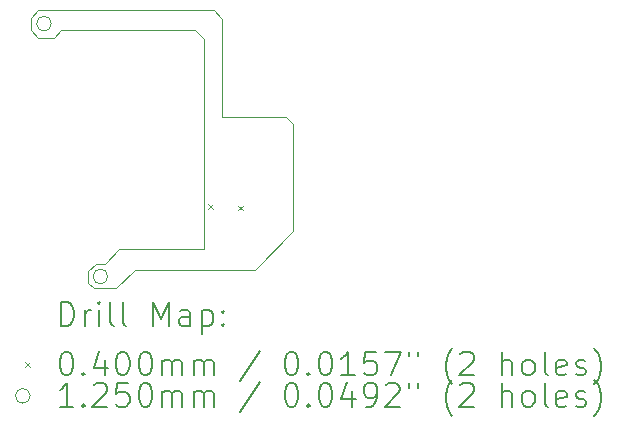
<source format=gbr>
%TF.GenerationSoftware,KiCad,Pcbnew,7.0.8*%
%TF.CreationDate,2025-05-01T09:06:43-04:00*%
%TF.ProjectId,trifalcon,74726966-616c-4636-9f6e-2e6b69636164,rev?*%
%TF.SameCoordinates,Original*%
%TF.FileFunction,Drillmap*%
%TF.FilePolarity,Positive*%
%FSLAX45Y45*%
G04 Gerber Fmt 4.5, Leading zero omitted, Abs format (unit mm)*
G04 Created by KiCad (PCBNEW 7.0.8) date 2025-05-01 09:06:43*
%MOMM*%
%LPD*%
G01*
G04 APERTURE LIST*
%ADD10C,0.100000*%
%ADD11C,0.200000*%
%ADD12C,0.040000*%
%ADD13C,0.125000*%
G04 APERTURE END LIST*
D10*
X4217021Y-1828179D02*
X4277360Y-1767840D01*
X4897120Y-3794760D02*
X5481320Y-3794760D01*
X4277360Y-1767840D02*
X5410200Y-1767840D01*
X4018218Y-1658590D02*
X4018218Y-1767840D01*
X4566920Y-3743960D02*
X4643120Y-3743960D01*
X4078315Y-1598493D02*
X5567680Y-1598493D01*
X4079338Y-1828179D02*
X4217021Y-1828179D01*
X5481320Y-1838960D02*
X5481320Y-3622040D01*
X4505960Y-3906520D02*
X4505960Y-3804920D01*
X5481320Y-3622040D02*
X4765040Y-3622040D01*
X4505960Y-3804920D02*
X4566755Y-3744125D01*
X5567680Y-1598493D02*
X5638800Y-1669613D01*
X4739499Y-3952381D02*
X4897120Y-3794760D01*
X6177280Y-2499360D02*
X5638800Y-2499360D01*
X5638800Y-2499360D02*
X5638800Y-1669748D01*
X5913120Y-3794760D02*
X5481320Y-3794760D01*
X6238240Y-3469640D02*
X6238240Y-2560320D01*
X4765040Y-3622040D02*
X4643120Y-3743960D01*
X4552151Y-3952782D02*
X4739640Y-3952782D01*
X4079338Y-1828179D02*
X4018218Y-1767059D01*
X5913120Y-3794760D02*
X6238240Y-3469640D01*
X5410200Y-1767840D02*
X5481353Y-1838993D01*
X6177280Y-2499360D02*
X6238240Y-2560320D01*
X4078315Y-1598493D02*
X4018218Y-1658590D01*
X4552151Y-3952782D02*
X4506160Y-3906791D01*
D11*
D12*
X5517200Y-3236280D02*
X5557200Y-3276280D01*
X5557200Y-3236280D02*
X5517200Y-3276280D01*
X5771200Y-3251520D02*
X5811200Y-3291520D01*
X5811200Y-3251520D02*
X5771200Y-3291520D01*
D13*
X4192540Y-1710000D02*
G75*
G03*
X4192540Y-1710000I-62500J0D01*
G01*
X4670060Y-3850640D02*
G75*
G03*
X4670060Y-3850640I-62500J0D01*
G01*
D11*
X4273995Y-4269266D02*
X4273995Y-4069266D01*
X4273995Y-4069266D02*
X4321614Y-4069266D01*
X4321614Y-4069266D02*
X4350186Y-4078789D01*
X4350186Y-4078789D02*
X4369233Y-4097837D01*
X4369233Y-4097837D02*
X4378757Y-4116885D01*
X4378757Y-4116885D02*
X4388281Y-4154980D01*
X4388281Y-4154980D02*
X4388281Y-4183551D01*
X4388281Y-4183551D02*
X4378757Y-4221647D01*
X4378757Y-4221647D02*
X4369233Y-4240694D01*
X4369233Y-4240694D02*
X4350186Y-4259742D01*
X4350186Y-4259742D02*
X4321614Y-4269266D01*
X4321614Y-4269266D02*
X4273995Y-4269266D01*
X4473995Y-4269266D02*
X4473995Y-4135932D01*
X4473995Y-4174027D02*
X4483519Y-4154980D01*
X4483519Y-4154980D02*
X4493043Y-4145456D01*
X4493043Y-4145456D02*
X4512091Y-4135932D01*
X4512091Y-4135932D02*
X4531138Y-4135932D01*
X4597805Y-4269266D02*
X4597805Y-4135932D01*
X4597805Y-4069266D02*
X4588281Y-4078789D01*
X4588281Y-4078789D02*
X4597805Y-4088313D01*
X4597805Y-4088313D02*
X4607329Y-4078789D01*
X4607329Y-4078789D02*
X4597805Y-4069266D01*
X4597805Y-4069266D02*
X4597805Y-4088313D01*
X4721614Y-4269266D02*
X4702567Y-4259742D01*
X4702567Y-4259742D02*
X4693043Y-4240694D01*
X4693043Y-4240694D02*
X4693043Y-4069266D01*
X4826376Y-4269266D02*
X4807329Y-4259742D01*
X4807329Y-4259742D02*
X4797805Y-4240694D01*
X4797805Y-4240694D02*
X4797805Y-4069266D01*
X5054948Y-4269266D02*
X5054948Y-4069266D01*
X5054948Y-4069266D02*
X5121614Y-4212123D01*
X5121614Y-4212123D02*
X5188281Y-4069266D01*
X5188281Y-4069266D02*
X5188281Y-4269266D01*
X5369233Y-4269266D02*
X5369233Y-4164504D01*
X5369233Y-4164504D02*
X5359710Y-4145456D01*
X5359710Y-4145456D02*
X5340662Y-4135932D01*
X5340662Y-4135932D02*
X5302567Y-4135932D01*
X5302567Y-4135932D02*
X5283519Y-4145456D01*
X5369233Y-4259742D02*
X5350186Y-4269266D01*
X5350186Y-4269266D02*
X5302567Y-4269266D01*
X5302567Y-4269266D02*
X5283519Y-4259742D01*
X5283519Y-4259742D02*
X5273995Y-4240694D01*
X5273995Y-4240694D02*
X5273995Y-4221647D01*
X5273995Y-4221647D02*
X5283519Y-4202599D01*
X5283519Y-4202599D02*
X5302567Y-4193075D01*
X5302567Y-4193075D02*
X5350186Y-4193075D01*
X5350186Y-4193075D02*
X5369233Y-4183551D01*
X5464472Y-4135932D02*
X5464472Y-4335932D01*
X5464472Y-4145456D02*
X5483519Y-4135932D01*
X5483519Y-4135932D02*
X5521614Y-4135932D01*
X5521614Y-4135932D02*
X5540662Y-4145456D01*
X5540662Y-4145456D02*
X5550186Y-4154980D01*
X5550186Y-4154980D02*
X5559710Y-4174027D01*
X5559710Y-4174027D02*
X5559710Y-4231170D01*
X5559710Y-4231170D02*
X5550186Y-4250218D01*
X5550186Y-4250218D02*
X5540662Y-4259742D01*
X5540662Y-4259742D02*
X5521614Y-4269266D01*
X5521614Y-4269266D02*
X5483519Y-4269266D01*
X5483519Y-4269266D02*
X5464472Y-4259742D01*
X5645424Y-4250218D02*
X5654948Y-4259742D01*
X5654948Y-4259742D02*
X5645424Y-4269266D01*
X5645424Y-4269266D02*
X5635900Y-4259742D01*
X5635900Y-4259742D02*
X5645424Y-4250218D01*
X5645424Y-4250218D02*
X5645424Y-4269266D01*
X5645424Y-4145456D02*
X5654948Y-4154980D01*
X5654948Y-4154980D02*
X5645424Y-4164504D01*
X5645424Y-4164504D02*
X5635900Y-4154980D01*
X5635900Y-4154980D02*
X5645424Y-4145456D01*
X5645424Y-4145456D02*
X5645424Y-4164504D01*
D12*
X3973218Y-4577782D02*
X4013218Y-4617782D01*
X4013218Y-4577782D02*
X3973218Y-4617782D01*
D11*
X4312091Y-4489266D02*
X4331138Y-4489266D01*
X4331138Y-4489266D02*
X4350186Y-4498789D01*
X4350186Y-4498789D02*
X4359710Y-4508313D01*
X4359710Y-4508313D02*
X4369233Y-4527361D01*
X4369233Y-4527361D02*
X4378757Y-4565456D01*
X4378757Y-4565456D02*
X4378757Y-4613075D01*
X4378757Y-4613075D02*
X4369233Y-4651170D01*
X4369233Y-4651170D02*
X4359710Y-4670218D01*
X4359710Y-4670218D02*
X4350186Y-4679742D01*
X4350186Y-4679742D02*
X4331138Y-4689266D01*
X4331138Y-4689266D02*
X4312091Y-4689266D01*
X4312091Y-4689266D02*
X4293043Y-4679742D01*
X4293043Y-4679742D02*
X4283519Y-4670218D01*
X4283519Y-4670218D02*
X4273995Y-4651170D01*
X4273995Y-4651170D02*
X4264472Y-4613075D01*
X4264472Y-4613075D02*
X4264472Y-4565456D01*
X4264472Y-4565456D02*
X4273995Y-4527361D01*
X4273995Y-4527361D02*
X4283519Y-4508313D01*
X4283519Y-4508313D02*
X4293043Y-4498789D01*
X4293043Y-4498789D02*
X4312091Y-4489266D01*
X4464472Y-4670218D02*
X4473995Y-4679742D01*
X4473995Y-4679742D02*
X4464472Y-4689266D01*
X4464472Y-4689266D02*
X4454948Y-4679742D01*
X4454948Y-4679742D02*
X4464472Y-4670218D01*
X4464472Y-4670218D02*
X4464472Y-4689266D01*
X4645424Y-4555932D02*
X4645424Y-4689266D01*
X4597805Y-4479742D02*
X4550186Y-4622599D01*
X4550186Y-4622599D02*
X4673995Y-4622599D01*
X4788281Y-4489266D02*
X4807329Y-4489266D01*
X4807329Y-4489266D02*
X4826376Y-4498789D01*
X4826376Y-4498789D02*
X4835900Y-4508313D01*
X4835900Y-4508313D02*
X4845424Y-4527361D01*
X4845424Y-4527361D02*
X4854948Y-4565456D01*
X4854948Y-4565456D02*
X4854948Y-4613075D01*
X4854948Y-4613075D02*
X4845424Y-4651170D01*
X4845424Y-4651170D02*
X4835900Y-4670218D01*
X4835900Y-4670218D02*
X4826376Y-4679742D01*
X4826376Y-4679742D02*
X4807329Y-4689266D01*
X4807329Y-4689266D02*
X4788281Y-4689266D01*
X4788281Y-4689266D02*
X4769233Y-4679742D01*
X4769233Y-4679742D02*
X4759710Y-4670218D01*
X4759710Y-4670218D02*
X4750186Y-4651170D01*
X4750186Y-4651170D02*
X4740662Y-4613075D01*
X4740662Y-4613075D02*
X4740662Y-4565456D01*
X4740662Y-4565456D02*
X4750186Y-4527361D01*
X4750186Y-4527361D02*
X4759710Y-4508313D01*
X4759710Y-4508313D02*
X4769233Y-4498789D01*
X4769233Y-4498789D02*
X4788281Y-4489266D01*
X4978757Y-4489266D02*
X4997805Y-4489266D01*
X4997805Y-4489266D02*
X5016853Y-4498789D01*
X5016853Y-4498789D02*
X5026376Y-4508313D01*
X5026376Y-4508313D02*
X5035900Y-4527361D01*
X5035900Y-4527361D02*
X5045424Y-4565456D01*
X5045424Y-4565456D02*
X5045424Y-4613075D01*
X5045424Y-4613075D02*
X5035900Y-4651170D01*
X5035900Y-4651170D02*
X5026376Y-4670218D01*
X5026376Y-4670218D02*
X5016853Y-4679742D01*
X5016853Y-4679742D02*
X4997805Y-4689266D01*
X4997805Y-4689266D02*
X4978757Y-4689266D01*
X4978757Y-4689266D02*
X4959710Y-4679742D01*
X4959710Y-4679742D02*
X4950186Y-4670218D01*
X4950186Y-4670218D02*
X4940662Y-4651170D01*
X4940662Y-4651170D02*
X4931138Y-4613075D01*
X4931138Y-4613075D02*
X4931138Y-4565456D01*
X4931138Y-4565456D02*
X4940662Y-4527361D01*
X4940662Y-4527361D02*
X4950186Y-4508313D01*
X4950186Y-4508313D02*
X4959710Y-4498789D01*
X4959710Y-4498789D02*
X4978757Y-4489266D01*
X5131138Y-4689266D02*
X5131138Y-4555932D01*
X5131138Y-4574980D02*
X5140662Y-4565456D01*
X5140662Y-4565456D02*
X5159710Y-4555932D01*
X5159710Y-4555932D02*
X5188281Y-4555932D01*
X5188281Y-4555932D02*
X5207329Y-4565456D01*
X5207329Y-4565456D02*
X5216853Y-4584504D01*
X5216853Y-4584504D02*
X5216853Y-4689266D01*
X5216853Y-4584504D02*
X5226376Y-4565456D01*
X5226376Y-4565456D02*
X5245424Y-4555932D01*
X5245424Y-4555932D02*
X5273995Y-4555932D01*
X5273995Y-4555932D02*
X5293043Y-4565456D01*
X5293043Y-4565456D02*
X5302567Y-4584504D01*
X5302567Y-4584504D02*
X5302567Y-4689266D01*
X5397805Y-4689266D02*
X5397805Y-4555932D01*
X5397805Y-4574980D02*
X5407329Y-4565456D01*
X5407329Y-4565456D02*
X5426376Y-4555932D01*
X5426376Y-4555932D02*
X5454948Y-4555932D01*
X5454948Y-4555932D02*
X5473995Y-4565456D01*
X5473995Y-4565456D02*
X5483519Y-4584504D01*
X5483519Y-4584504D02*
X5483519Y-4689266D01*
X5483519Y-4584504D02*
X5493043Y-4565456D01*
X5493043Y-4565456D02*
X5512091Y-4555932D01*
X5512091Y-4555932D02*
X5540662Y-4555932D01*
X5540662Y-4555932D02*
X5559710Y-4565456D01*
X5559710Y-4565456D02*
X5569234Y-4584504D01*
X5569234Y-4584504D02*
X5569234Y-4689266D01*
X5959710Y-4479742D02*
X5788281Y-4736885D01*
X6216853Y-4489266D02*
X6235900Y-4489266D01*
X6235900Y-4489266D02*
X6254948Y-4498789D01*
X6254948Y-4498789D02*
X6264472Y-4508313D01*
X6264472Y-4508313D02*
X6273995Y-4527361D01*
X6273995Y-4527361D02*
X6283519Y-4565456D01*
X6283519Y-4565456D02*
X6283519Y-4613075D01*
X6283519Y-4613075D02*
X6273995Y-4651170D01*
X6273995Y-4651170D02*
X6264472Y-4670218D01*
X6264472Y-4670218D02*
X6254948Y-4679742D01*
X6254948Y-4679742D02*
X6235900Y-4689266D01*
X6235900Y-4689266D02*
X6216853Y-4689266D01*
X6216853Y-4689266D02*
X6197805Y-4679742D01*
X6197805Y-4679742D02*
X6188281Y-4670218D01*
X6188281Y-4670218D02*
X6178757Y-4651170D01*
X6178757Y-4651170D02*
X6169234Y-4613075D01*
X6169234Y-4613075D02*
X6169234Y-4565456D01*
X6169234Y-4565456D02*
X6178757Y-4527361D01*
X6178757Y-4527361D02*
X6188281Y-4508313D01*
X6188281Y-4508313D02*
X6197805Y-4498789D01*
X6197805Y-4498789D02*
X6216853Y-4489266D01*
X6369234Y-4670218D02*
X6378757Y-4679742D01*
X6378757Y-4679742D02*
X6369234Y-4689266D01*
X6369234Y-4689266D02*
X6359710Y-4679742D01*
X6359710Y-4679742D02*
X6369234Y-4670218D01*
X6369234Y-4670218D02*
X6369234Y-4689266D01*
X6502567Y-4489266D02*
X6521615Y-4489266D01*
X6521615Y-4489266D02*
X6540662Y-4498789D01*
X6540662Y-4498789D02*
X6550186Y-4508313D01*
X6550186Y-4508313D02*
X6559710Y-4527361D01*
X6559710Y-4527361D02*
X6569234Y-4565456D01*
X6569234Y-4565456D02*
X6569234Y-4613075D01*
X6569234Y-4613075D02*
X6559710Y-4651170D01*
X6559710Y-4651170D02*
X6550186Y-4670218D01*
X6550186Y-4670218D02*
X6540662Y-4679742D01*
X6540662Y-4679742D02*
X6521615Y-4689266D01*
X6521615Y-4689266D02*
X6502567Y-4689266D01*
X6502567Y-4689266D02*
X6483519Y-4679742D01*
X6483519Y-4679742D02*
X6473995Y-4670218D01*
X6473995Y-4670218D02*
X6464472Y-4651170D01*
X6464472Y-4651170D02*
X6454948Y-4613075D01*
X6454948Y-4613075D02*
X6454948Y-4565456D01*
X6454948Y-4565456D02*
X6464472Y-4527361D01*
X6464472Y-4527361D02*
X6473995Y-4508313D01*
X6473995Y-4508313D02*
X6483519Y-4498789D01*
X6483519Y-4498789D02*
X6502567Y-4489266D01*
X6759710Y-4689266D02*
X6645424Y-4689266D01*
X6702567Y-4689266D02*
X6702567Y-4489266D01*
X6702567Y-4489266D02*
X6683519Y-4517837D01*
X6683519Y-4517837D02*
X6664472Y-4536885D01*
X6664472Y-4536885D02*
X6645424Y-4546408D01*
X6940662Y-4489266D02*
X6845424Y-4489266D01*
X6845424Y-4489266D02*
X6835900Y-4584504D01*
X6835900Y-4584504D02*
X6845424Y-4574980D01*
X6845424Y-4574980D02*
X6864472Y-4565456D01*
X6864472Y-4565456D02*
X6912091Y-4565456D01*
X6912091Y-4565456D02*
X6931138Y-4574980D01*
X6931138Y-4574980D02*
X6940662Y-4584504D01*
X6940662Y-4584504D02*
X6950186Y-4603551D01*
X6950186Y-4603551D02*
X6950186Y-4651170D01*
X6950186Y-4651170D02*
X6940662Y-4670218D01*
X6940662Y-4670218D02*
X6931138Y-4679742D01*
X6931138Y-4679742D02*
X6912091Y-4689266D01*
X6912091Y-4689266D02*
X6864472Y-4689266D01*
X6864472Y-4689266D02*
X6845424Y-4679742D01*
X6845424Y-4679742D02*
X6835900Y-4670218D01*
X7016853Y-4489266D02*
X7150186Y-4489266D01*
X7150186Y-4489266D02*
X7064472Y-4689266D01*
X7216853Y-4489266D02*
X7216853Y-4527361D01*
X7293043Y-4489266D02*
X7293043Y-4527361D01*
X7588281Y-4765456D02*
X7578757Y-4755932D01*
X7578757Y-4755932D02*
X7559710Y-4727361D01*
X7559710Y-4727361D02*
X7550186Y-4708313D01*
X7550186Y-4708313D02*
X7540662Y-4679742D01*
X7540662Y-4679742D02*
X7531138Y-4632123D01*
X7531138Y-4632123D02*
X7531138Y-4594028D01*
X7531138Y-4594028D02*
X7540662Y-4546408D01*
X7540662Y-4546408D02*
X7550186Y-4517837D01*
X7550186Y-4517837D02*
X7559710Y-4498789D01*
X7559710Y-4498789D02*
X7578757Y-4470218D01*
X7578757Y-4470218D02*
X7588281Y-4460694D01*
X7654948Y-4508313D02*
X7664472Y-4498789D01*
X7664472Y-4498789D02*
X7683519Y-4489266D01*
X7683519Y-4489266D02*
X7731138Y-4489266D01*
X7731138Y-4489266D02*
X7750186Y-4498789D01*
X7750186Y-4498789D02*
X7759710Y-4508313D01*
X7759710Y-4508313D02*
X7769234Y-4527361D01*
X7769234Y-4527361D02*
X7769234Y-4546408D01*
X7769234Y-4546408D02*
X7759710Y-4574980D01*
X7759710Y-4574980D02*
X7645424Y-4689266D01*
X7645424Y-4689266D02*
X7769234Y-4689266D01*
X8007329Y-4689266D02*
X8007329Y-4489266D01*
X8093043Y-4689266D02*
X8093043Y-4584504D01*
X8093043Y-4584504D02*
X8083519Y-4565456D01*
X8083519Y-4565456D02*
X8064472Y-4555932D01*
X8064472Y-4555932D02*
X8035900Y-4555932D01*
X8035900Y-4555932D02*
X8016853Y-4565456D01*
X8016853Y-4565456D02*
X8007329Y-4574980D01*
X8216853Y-4689266D02*
X8197805Y-4679742D01*
X8197805Y-4679742D02*
X8188281Y-4670218D01*
X8188281Y-4670218D02*
X8178758Y-4651170D01*
X8178758Y-4651170D02*
X8178758Y-4594028D01*
X8178758Y-4594028D02*
X8188281Y-4574980D01*
X8188281Y-4574980D02*
X8197805Y-4565456D01*
X8197805Y-4565456D02*
X8216853Y-4555932D01*
X8216853Y-4555932D02*
X8245424Y-4555932D01*
X8245424Y-4555932D02*
X8264472Y-4565456D01*
X8264472Y-4565456D02*
X8273996Y-4574980D01*
X8273996Y-4574980D02*
X8283519Y-4594028D01*
X8283519Y-4594028D02*
X8283519Y-4651170D01*
X8283519Y-4651170D02*
X8273996Y-4670218D01*
X8273996Y-4670218D02*
X8264472Y-4679742D01*
X8264472Y-4679742D02*
X8245424Y-4689266D01*
X8245424Y-4689266D02*
X8216853Y-4689266D01*
X8397805Y-4689266D02*
X8378758Y-4679742D01*
X8378758Y-4679742D02*
X8369234Y-4660694D01*
X8369234Y-4660694D02*
X8369234Y-4489266D01*
X8550186Y-4679742D02*
X8531139Y-4689266D01*
X8531139Y-4689266D02*
X8493043Y-4689266D01*
X8493043Y-4689266D02*
X8473996Y-4679742D01*
X8473996Y-4679742D02*
X8464472Y-4660694D01*
X8464472Y-4660694D02*
X8464472Y-4584504D01*
X8464472Y-4584504D02*
X8473996Y-4565456D01*
X8473996Y-4565456D02*
X8493043Y-4555932D01*
X8493043Y-4555932D02*
X8531139Y-4555932D01*
X8531139Y-4555932D02*
X8550186Y-4565456D01*
X8550186Y-4565456D02*
X8559710Y-4584504D01*
X8559710Y-4584504D02*
X8559710Y-4603551D01*
X8559710Y-4603551D02*
X8464472Y-4622599D01*
X8635901Y-4679742D02*
X8654948Y-4689266D01*
X8654948Y-4689266D02*
X8693043Y-4689266D01*
X8693043Y-4689266D02*
X8712091Y-4679742D01*
X8712091Y-4679742D02*
X8721615Y-4660694D01*
X8721615Y-4660694D02*
X8721615Y-4651170D01*
X8721615Y-4651170D02*
X8712091Y-4632123D01*
X8712091Y-4632123D02*
X8693043Y-4622599D01*
X8693043Y-4622599D02*
X8664472Y-4622599D01*
X8664472Y-4622599D02*
X8645424Y-4613075D01*
X8645424Y-4613075D02*
X8635901Y-4594028D01*
X8635901Y-4594028D02*
X8635901Y-4584504D01*
X8635901Y-4584504D02*
X8645424Y-4565456D01*
X8645424Y-4565456D02*
X8664472Y-4555932D01*
X8664472Y-4555932D02*
X8693043Y-4555932D01*
X8693043Y-4555932D02*
X8712091Y-4565456D01*
X8788282Y-4765456D02*
X8797805Y-4755932D01*
X8797805Y-4755932D02*
X8816853Y-4727361D01*
X8816853Y-4727361D02*
X8826377Y-4708313D01*
X8826377Y-4708313D02*
X8835901Y-4679742D01*
X8835901Y-4679742D02*
X8845424Y-4632123D01*
X8845424Y-4632123D02*
X8845424Y-4594028D01*
X8845424Y-4594028D02*
X8835901Y-4546408D01*
X8835901Y-4546408D02*
X8826377Y-4517837D01*
X8826377Y-4517837D02*
X8816853Y-4498789D01*
X8816853Y-4498789D02*
X8797805Y-4470218D01*
X8797805Y-4470218D02*
X8788282Y-4460694D01*
D13*
X4013218Y-4861782D02*
G75*
G03*
X4013218Y-4861782I-62500J0D01*
G01*
D11*
X4378757Y-4953266D02*
X4264472Y-4953266D01*
X4321614Y-4953266D02*
X4321614Y-4753266D01*
X4321614Y-4753266D02*
X4302567Y-4781837D01*
X4302567Y-4781837D02*
X4283519Y-4800885D01*
X4283519Y-4800885D02*
X4264472Y-4810408D01*
X4464472Y-4934218D02*
X4473995Y-4943742D01*
X4473995Y-4943742D02*
X4464472Y-4953266D01*
X4464472Y-4953266D02*
X4454948Y-4943742D01*
X4454948Y-4943742D02*
X4464472Y-4934218D01*
X4464472Y-4934218D02*
X4464472Y-4953266D01*
X4550186Y-4772313D02*
X4559710Y-4762789D01*
X4559710Y-4762789D02*
X4578757Y-4753266D01*
X4578757Y-4753266D02*
X4626376Y-4753266D01*
X4626376Y-4753266D02*
X4645424Y-4762789D01*
X4645424Y-4762789D02*
X4654948Y-4772313D01*
X4654948Y-4772313D02*
X4664472Y-4791361D01*
X4664472Y-4791361D02*
X4664472Y-4810408D01*
X4664472Y-4810408D02*
X4654948Y-4838980D01*
X4654948Y-4838980D02*
X4540662Y-4953266D01*
X4540662Y-4953266D02*
X4664472Y-4953266D01*
X4845424Y-4753266D02*
X4750186Y-4753266D01*
X4750186Y-4753266D02*
X4740662Y-4848504D01*
X4740662Y-4848504D02*
X4750186Y-4838980D01*
X4750186Y-4838980D02*
X4769233Y-4829456D01*
X4769233Y-4829456D02*
X4816853Y-4829456D01*
X4816853Y-4829456D02*
X4835900Y-4838980D01*
X4835900Y-4838980D02*
X4845424Y-4848504D01*
X4845424Y-4848504D02*
X4854948Y-4867551D01*
X4854948Y-4867551D02*
X4854948Y-4915170D01*
X4854948Y-4915170D02*
X4845424Y-4934218D01*
X4845424Y-4934218D02*
X4835900Y-4943742D01*
X4835900Y-4943742D02*
X4816853Y-4953266D01*
X4816853Y-4953266D02*
X4769233Y-4953266D01*
X4769233Y-4953266D02*
X4750186Y-4943742D01*
X4750186Y-4943742D02*
X4740662Y-4934218D01*
X4978757Y-4753266D02*
X4997805Y-4753266D01*
X4997805Y-4753266D02*
X5016853Y-4762789D01*
X5016853Y-4762789D02*
X5026376Y-4772313D01*
X5026376Y-4772313D02*
X5035900Y-4791361D01*
X5035900Y-4791361D02*
X5045424Y-4829456D01*
X5045424Y-4829456D02*
X5045424Y-4877075D01*
X5045424Y-4877075D02*
X5035900Y-4915170D01*
X5035900Y-4915170D02*
X5026376Y-4934218D01*
X5026376Y-4934218D02*
X5016853Y-4943742D01*
X5016853Y-4943742D02*
X4997805Y-4953266D01*
X4997805Y-4953266D02*
X4978757Y-4953266D01*
X4978757Y-4953266D02*
X4959710Y-4943742D01*
X4959710Y-4943742D02*
X4950186Y-4934218D01*
X4950186Y-4934218D02*
X4940662Y-4915170D01*
X4940662Y-4915170D02*
X4931138Y-4877075D01*
X4931138Y-4877075D02*
X4931138Y-4829456D01*
X4931138Y-4829456D02*
X4940662Y-4791361D01*
X4940662Y-4791361D02*
X4950186Y-4772313D01*
X4950186Y-4772313D02*
X4959710Y-4762789D01*
X4959710Y-4762789D02*
X4978757Y-4753266D01*
X5131138Y-4953266D02*
X5131138Y-4819932D01*
X5131138Y-4838980D02*
X5140662Y-4829456D01*
X5140662Y-4829456D02*
X5159710Y-4819932D01*
X5159710Y-4819932D02*
X5188281Y-4819932D01*
X5188281Y-4819932D02*
X5207329Y-4829456D01*
X5207329Y-4829456D02*
X5216853Y-4848504D01*
X5216853Y-4848504D02*
X5216853Y-4953266D01*
X5216853Y-4848504D02*
X5226376Y-4829456D01*
X5226376Y-4829456D02*
X5245424Y-4819932D01*
X5245424Y-4819932D02*
X5273995Y-4819932D01*
X5273995Y-4819932D02*
X5293043Y-4829456D01*
X5293043Y-4829456D02*
X5302567Y-4848504D01*
X5302567Y-4848504D02*
X5302567Y-4953266D01*
X5397805Y-4953266D02*
X5397805Y-4819932D01*
X5397805Y-4838980D02*
X5407329Y-4829456D01*
X5407329Y-4829456D02*
X5426376Y-4819932D01*
X5426376Y-4819932D02*
X5454948Y-4819932D01*
X5454948Y-4819932D02*
X5473995Y-4829456D01*
X5473995Y-4829456D02*
X5483519Y-4848504D01*
X5483519Y-4848504D02*
X5483519Y-4953266D01*
X5483519Y-4848504D02*
X5493043Y-4829456D01*
X5493043Y-4829456D02*
X5512091Y-4819932D01*
X5512091Y-4819932D02*
X5540662Y-4819932D01*
X5540662Y-4819932D02*
X5559710Y-4829456D01*
X5559710Y-4829456D02*
X5569234Y-4848504D01*
X5569234Y-4848504D02*
X5569234Y-4953266D01*
X5959710Y-4743742D02*
X5788281Y-5000885D01*
X6216853Y-4753266D02*
X6235900Y-4753266D01*
X6235900Y-4753266D02*
X6254948Y-4762789D01*
X6254948Y-4762789D02*
X6264472Y-4772313D01*
X6264472Y-4772313D02*
X6273995Y-4791361D01*
X6273995Y-4791361D02*
X6283519Y-4829456D01*
X6283519Y-4829456D02*
X6283519Y-4877075D01*
X6283519Y-4877075D02*
X6273995Y-4915170D01*
X6273995Y-4915170D02*
X6264472Y-4934218D01*
X6264472Y-4934218D02*
X6254948Y-4943742D01*
X6254948Y-4943742D02*
X6235900Y-4953266D01*
X6235900Y-4953266D02*
X6216853Y-4953266D01*
X6216853Y-4953266D02*
X6197805Y-4943742D01*
X6197805Y-4943742D02*
X6188281Y-4934218D01*
X6188281Y-4934218D02*
X6178757Y-4915170D01*
X6178757Y-4915170D02*
X6169234Y-4877075D01*
X6169234Y-4877075D02*
X6169234Y-4829456D01*
X6169234Y-4829456D02*
X6178757Y-4791361D01*
X6178757Y-4791361D02*
X6188281Y-4772313D01*
X6188281Y-4772313D02*
X6197805Y-4762789D01*
X6197805Y-4762789D02*
X6216853Y-4753266D01*
X6369234Y-4934218D02*
X6378757Y-4943742D01*
X6378757Y-4943742D02*
X6369234Y-4953266D01*
X6369234Y-4953266D02*
X6359710Y-4943742D01*
X6359710Y-4943742D02*
X6369234Y-4934218D01*
X6369234Y-4934218D02*
X6369234Y-4953266D01*
X6502567Y-4753266D02*
X6521615Y-4753266D01*
X6521615Y-4753266D02*
X6540662Y-4762789D01*
X6540662Y-4762789D02*
X6550186Y-4772313D01*
X6550186Y-4772313D02*
X6559710Y-4791361D01*
X6559710Y-4791361D02*
X6569234Y-4829456D01*
X6569234Y-4829456D02*
X6569234Y-4877075D01*
X6569234Y-4877075D02*
X6559710Y-4915170D01*
X6559710Y-4915170D02*
X6550186Y-4934218D01*
X6550186Y-4934218D02*
X6540662Y-4943742D01*
X6540662Y-4943742D02*
X6521615Y-4953266D01*
X6521615Y-4953266D02*
X6502567Y-4953266D01*
X6502567Y-4953266D02*
X6483519Y-4943742D01*
X6483519Y-4943742D02*
X6473995Y-4934218D01*
X6473995Y-4934218D02*
X6464472Y-4915170D01*
X6464472Y-4915170D02*
X6454948Y-4877075D01*
X6454948Y-4877075D02*
X6454948Y-4829456D01*
X6454948Y-4829456D02*
X6464472Y-4791361D01*
X6464472Y-4791361D02*
X6473995Y-4772313D01*
X6473995Y-4772313D02*
X6483519Y-4762789D01*
X6483519Y-4762789D02*
X6502567Y-4753266D01*
X6740662Y-4819932D02*
X6740662Y-4953266D01*
X6693043Y-4743742D02*
X6645424Y-4886599D01*
X6645424Y-4886599D02*
X6769234Y-4886599D01*
X6854948Y-4953266D02*
X6893043Y-4953266D01*
X6893043Y-4953266D02*
X6912091Y-4943742D01*
X6912091Y-4943742D02*
X6921615Y-4934218D01*
X6921615Y-4934218D02*
X6940662Y-4905647D01*
X6940662Y-4905647D02*
X6950186Y-4867551D01*
X6950186Y-4867551D02*
X6950186Y-4791361D01*
X6950186Y-4791361D02*
X6940662Y-4772313D01*
X6940662Y-4772313D02*
X6931138Y-4762789D01*
X6931138Y-4762789D02*
X6912091Y-4753266D01*
X6912091Y-4753266D02*
X6873995Y-4753266D01*
X6873995Y-4753266D02*
X6854948Y-4762789D01*
X6854948Y-4762789D02*
X6845424Y-4772313D01*
X6845424Y-4772313D02*
X6835900Y-4791361D01*
X6835900Y-4791361D02*
X6835900Y-4838980D01*
X6835900Y-4838980D02*
X6845424Y-4858028D01*
X6845424Y-4858028D02*
X6854948Y-4867551D01*
X6854948Y-4867551D02*
X6873995Y-4877075D01*
X6873995Y-4877075D02*
X6912091Y-4877075D01*
X6912091Y-4877075D02*
X6931138Y-4867551D01*
X6931138Y-4867551D02*
X6940662Y-4858028D01*
X6940662Y-4858028D02*
X6950186Y-4838980D01*
X7026376Y-4772313D02*
X7035900Y-4762789D01*
X7035900Y-4762789D02*
X7054948Y-4753266D01*
X7054948Y-4753266D02*
X7102567Y-4753266D01*
X7102567Y-4753266D02*
X7121615Y-4762789D01*
X7121615Y-4762789D02*
X7131138Y-4772313D01*
X7131138Y-4772313D02*
X7140662Y-4791361D01*
X7140662Y-4791361D02*
X7140662Y-4810408D01*
X7140662Y-4810408D02*
X7131138Y-4838980D01*
X7131138Y-4838980D02*
X7016853Y-4953266D01*
X7016853Y-4953266D02*
X7140662Y-4953266D01*
X7216853Y-4753266D02*
X7216853Y-4791361D01*
X7293043Y-4753266D02*
X7293043Y-4791361D01*
X7588281Y-5029456D02*
X7578757Y-5019932D01*
X7578757Y-5019932D02*
X7559710Y-4991361D01*
X7559710Y-4991361D02*
X7550186Y-4972313D01*
X7550186Y-4972313D02*
X7540662Y-4943742D01*
X7540662Y-4943742D02*
X7531138Y-4896123D01*
X7531138Y-4896123D02*
X7531138Y-4858028D01*
X7531138Y-4858028D02*
X7540662Y-4810408D01*
X7540662Y-4810408D02*
X7550186Y-4781837D01*
X7550186Y-4781837D02*
X7559710Y-4762789D01*
X7559710Y-4762789D02*
X7578757Y-4734218D01*
X7578757Y-4734218D02*
X7588281Y-4724694D01*
X7654948Y-4772313D02*
X7664472Y-4762789D01*
X7664472Y-4762789D02*
X7683519Y-4753266D01*
X7683519Y-4753266D02*
X7731138Y-4753266D01*
X7731138Y-4753266D02*
X7750186Y-4762789D01*
X7750186Y-4762789D02*
X7759710Y-4772313D01*
X7759710Y-4772313D02*
X7769234Y-4791361D01*
X7769234Y-4791361D02*
X7769234Y-4810408D01*
X7769234Y-4810408D02*
X7759710Y-4838980D01*
X7759710Y-4838980D02*
X7645424Y-4953266D01*
X7645424Y-4953266D02*
X7769234Y-4953266D01*
X8007329Y-4953266D02*
X8007329Y-4753266D01*
X8093043Y-4953266D02*
X8093043Y-4848504D01*
X8093043Y-4848504D02*
X8083519Y-4829456D01*
X8083519Y-4829456D02*
X8064472Y-4819932D01*
X8064472Y-4819932D02*
X8035900Y-4819932D01*
X8035900Y-4819932D02*
X8016853Y-4829456D01*
X8016853Y-4829456D02*
X8007329Y-4838980D01*
X8216853Y-4953266D02*
X8197805Y-4943742D01*
X8197805Y-4943742D02*
X8188281Y-4934218D01*
X8188281Y-4934218D02*
X8178758Y-4915170D01*
X8178758Y-4915170D02*
X8178758Y-4858028D01*
X8178758Y-4858028D02*
X8188281Y-4838980D01*
X8188281Y-4838980D02*
X8197805Y-4829456D01*
X8197805Y-4829456D02*
X8216853Y-4819932D01*
X8216853Y-4819932D02*
X8245424Y-4819932D01*
X8245424Y-4819932D02*
X8264472Y-4829456D01*
X8264472Y-4829456D02*
X8273996Y-4838980D01*
X8273996Y-4838980D02*
X8283519Y-4858028D01*
X8283519Y-4858028D02*
X8283519Y-4915170D01*
X8283519Y-4915170D02*
X8273996Y-4934218D01*
X8273996Y-4934218D02*
X8264472Y-4943742D01*
X8264472Y-4943742D02*
X8245424Y-4953266D01*
X8245424Y-4953266D02*
X8216853Y-4953266D01*
X8397805Y-4953266D02*
X8378758Y-4943742D01*
X8378758Y-4943742D02*
X8369234Y-4924694D01*
X8369234Y-4924694D02*
X8369234Y-4753266D01*
X8550186Y-4943742D02*
X8531139Y-4953266D01*
X8531139Y-4953266D02*
X8493043Y-4953266D01*
X8493043Y-4953266D02*
X8473996Y-4943742D01*
X8473996Y-4943742D02*
X8464472Y-4924694D01*
X8464472Y-4924694D02*
X8464472Y-4848504D01*
X8464472Y-4848504D02*
X8473996Y-4829456D01*
X8473996Y-4829456D02*
X8493043Y-4819932D01*
X8493043Y-4819932D02*
X8531139Y-4819932D01*
X8531139Y-4819932D02*
X8550186Y-4829456D01*
X8550186Y-4829456D02*
X8559710Y-4848504D01*
X8559710Y-4848504D02*
X8559710Y-4867551D01*
X8559710Y-4867551D02*
X8464472Y-4886599D01*
X8635901Y-4943742D02*
X8654948Y-4953266D01*
X8654948Y-4953266D02*
X8693043Y-4953266D01*
X8693043Y-4953266D02*
X8712091Y-4943742D01*
X8712091Y-4943742D02*
X8721615Y-4924694D01*
X8721615Y-4924694D02*
X8721615Y-4915170D01*
X8721615Y-4915170D02*
X8712091Y-4896123D01*
X8712091Y-4896123D02*
X8693043Y-4886599D01*
X8693043Y-4886599D02*
X8664472Y-4886599D01*
X8664472Y-4886599D02*
X8645424Y-4877075D01*
X8645424Y-4877075D02*
X8635901Y-4858028D01*
X8635901Y-4858028D02*
X8635901Y-4848504D01*
X8635901Y-4848504D02*
X8645424Y-4829456D01*
X8645424Y-4829456D02*
X8664472Y-4819932D01*
X8664472Y-4819932D02*
X8693043Y-4819932D01*
X8693043Y-4819932D02*
X8712091Y-4829456D01*
X8788282Y-5029456D02*
X8797805Y-5019932D01*
X8797805Y-5019932D02*
X8816853Y-4991361D01*
X8816853Y-4991361D02*
X8826377Y-4972313D01*
X8826377Y-4972313D02*
X8835901Y-4943742D01*
X8835901Y-4943742D02*
X8845424Y-4896123D01*
X8845424Y-4896123D02*
X8845424Y-4858028D01*
X8845424Y-4858028D02*
X8835901Y-4810408D01*
X8835901Y-4810408D02*
X8826377Y-4781837D01*
X8826377Y-4781837D02*
X8816853Y-4762789D01*
X8816853Y-4762789D02*
X8797805Y-4734218D01*
X8797805Y-4734218D02*
X8788282Y-4724694D01*
M02*

</source>
